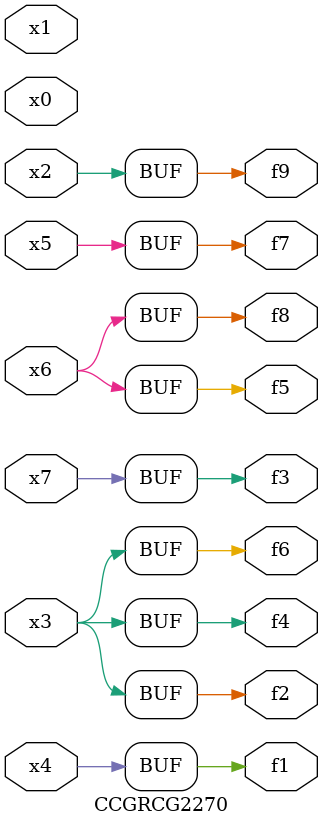
<source format=v>
module CCGRCG2270(
	input x0, x1, x2, x3, x4, x5, x6, x7,
	output f1, f2, f3, f4, f5, f6, f7, f8, f9
);
	assign f1 = x4;
	assign f2 = x3;
	assign f3 = x7;
	assign f4 = x3;
	assign f5 = x6;
	assign f6 = x3;
	assign f7 = x5;
	assign f8 = x6;
	assign f9 = x2;
endmodule

</source>
